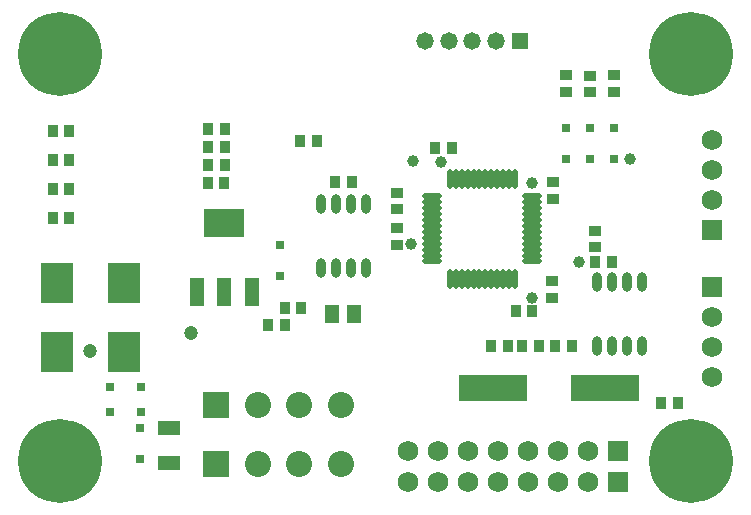
<source format=gbr>
%FSTAX23Y23*%
%MOIN*%
%SFA1B1*%

%IPPOS*%
%ADD39C,0.068000*%
%ADD40R,0.068000X0.068000*%
%ADD41C,0.058000*%
%ADD42R,0.058000X0.058000*%
%ADD43C,0.086740*%
%ADD44R,0.086740X0.086740*%
%ADD45R,0.068000X0.068000*%
%ADD46C,0.279654*%
%ADD47C,0.047370*%
%ADD48C,0.039496*%
%ADD59R,0.228000X0.091000*%
%ADD60R,0.035559X0.043433*%
%ADD61O,0.031622X0.065087*%
%ADD62R,0.045402X0.092646*%
%ADD63R,0.135953X0.092646*%
%ADD64O,0.019811X0.065087*%
%ADD65O,0.065087X0.019811*%
%ADD66R,0.043433X0.035559*%
%ADD67R,0.045402X0.059181*%
%ADD68R,0.074929X0.049339*%
%ADD69R,0.029654X0.025716*%
%ADD70R,0.025716X0.029654*%
%ADD71R,0.106425X0.133000*%
%LNpcb1_soldermask_top-1*%
%LPD*%
G54D39*
X01504Y00073D03*
X01604D03*
X01704D03*
X01904D03*
X01804D03*
X01404D03*
X01304D03*
X01504Y00174D03*
X01604D03*
X01704D03*
X01904D03*
X01804D03*
X01404D03*
X01304D03*
X02316Y00522D03*
Y00622D03*
Y00422D03*
X02318Y01113D03*
Y01013D03*
Y01213D03*
G54D40*
X02004Y00073D03*
Y00174D03*
G54D41*
X01361Y01541D03*
X0144D03*
X01518D03*
X01597D03*
G54D42*
X01676Y01541D03*
G54D43*
X00941Y00131D03*
X00803D03*
Y00328D03*
X00941D03*
X01079D03*
Y00131D03*
G54D44*
X00665Y00131D03*
Y00328D03*
G54D45*
X02316Y00722D03*
X02318Y00913D03*
G54D46*
X00143Y00143D03*
Y015D03*
X02248Y00143D03*
Y015D03*
G54D47*
X0058Y00568D03*
X00245Y00508D03*
G54D48*
X02045Y0115D03*
X01718Y00686D03*
X01412Y0114D03*
X01873Y00806D03*
X01321Y01141D03*
X01314Y00867D03*
X01718Y01068D03*
G54D59*
X01587Y00386D03*
X01961D03*
G54D60*
X02148Y00337D03*
X02203D03*
X00892Y00595D03*
X00837D03*
X00947Y00653D03*
X00892D03*
X00637Y01129D03*
X00692D03*
X00637Y01189D03*
X00692D03*
X00637Y0125D03*
X00692D03*
X01739Y00526D03*
X01684D03*
X00944Y01208D03*
X00999D03*
X00691Y01069D03*
X00636D03*
X0012Y01048D03*
X00175D03*
X0012Y01145D03*
X00175D03*
X0012Y01242D03*
X00175D03*
X0012Y00951D03*
X00175D03*
X01663Y00641D03*
X01718D03*
X01449Y01184D03*
X01394D03*
X01928Y00806D03*
X01983D03*
X01636Y00526D03*
X01581D03*
X01794D03*
X01849D03*
X01116Y01072D03*
X01061D03*
G54D61*
X01933Y00525D03*
X01983D03*
X02033D03*
X02083D03*
X01933Y00739D03*
X01983D03*
X02033D03*
X02083D03*
X01162Y00998D03*
X01112D03*
X01062D03*
X01012D03*
X01162Y00784D03*
X01112D03*
X01062D03*
X01012D03*
G54D62*
X00601Y00707D03*
X00691D03*
X00782D03*
G54D63*
X00691Y00935D03*
G54D64*
X01443Y01082D03*
X01463D03*
X01482D03*
X01502D03*
X01522D03*
X01541D03*
X01561D03*
X01581D03*
X016D03*
X0162D03*
X0164D03*
X0166D03*
Y00749D03*
X0164D03*
X0162D03*
X016D03*
X01581D03*
X01561D03*
X01541D03*
X01522D03*
X01502D03*
X01482D03*
X01463D03*
X01443D03*
G54D65*
X01718Y01024D03*
Y01004D03*
Y00985D03*
Y00965D03*
Y00945D03*
Y00926D03*
Y00906D03*
Y00886D03*
Y00867D03*
Y00847D03*
Y00827D03*
Y00808D03*
X01385D03*
Y00827D03*
Y00847D03*
Y00867D03*
Y00886D03*
Y00906D03*
Y00926D03*
Y00945D03*
Y00965D03*
Y00985D03*
Y01004D03*
Y01024D03*
G54D66*
X01783Y00686D03*
Y00741D03*
X01928Y00854D03*
Y00909D03*
X01991Y01373D03*
Y01428D03*
X01911Y01371D03*
Y01426D03*
X01831Y01373D03*
Y01428D03*
X01266Y00981D03*
Y01036D03*
X01787Y01017D03*
Y01072D03*
X01266Y00918D03*
Y00863D03*
G54D67*
X01123Y00633D03*
X0105D03*
G54D68*
X00508Y00137D03*
Y00253D03*
G54D69*
X00309Y00306D03*
X00412D03*
X00309Y00388D03*
X00412D03*
G54D70*
X01991Y0115D03*
Y01252D03*
X01911Y0115D03*
Y01252D03*
X01831Y0115D03*
Y01252D03*
X00411Y0015D03*
Y00252D03*
X00876Y0076D03*
Y00862D03*
G54D71*
X00134Y00736D03*
Y00506D03*
X00356Y00735D03*
Y00505D03*
M02*
</source>
